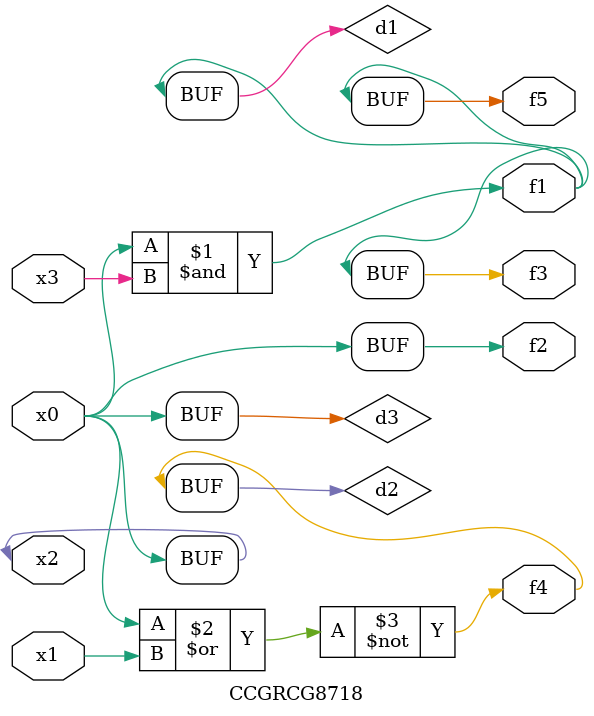
<source format=v>
module CCGRCG8718(
	input x0, x1, x2, x3,
	output f1, f2, f3, f4, f5
);

	wire d1, d2, d3;

	and (d1, x2, x3);
	nor (d2, x0, x1);
	buf (d3, x0, x2);
	assign f1 = d1;
	assign f2 = d3;
	assign f3 = d1;
	assign f4 = d2;
	assign f5 = d1;
endmodule

</source>
